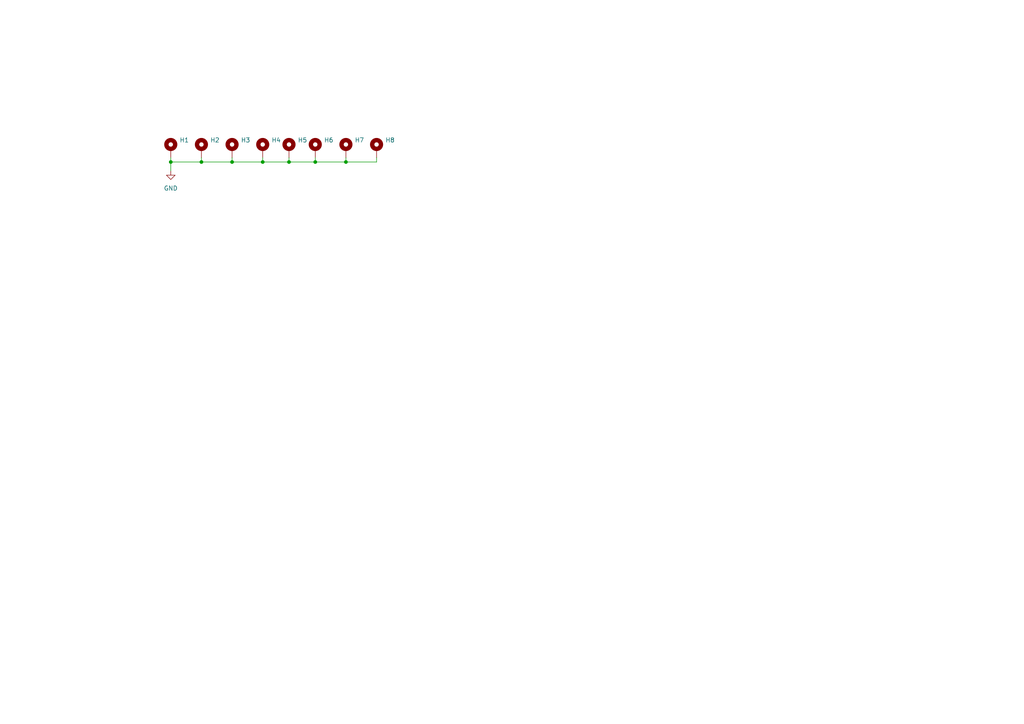
<source format=kicad_sch>
(kicad_sch
	(version 20231120)
	(generator "eeschema")
	(generator_version "8.0")
	(uuid "c8c8ccfe-add1-4d5b-8e88-80e964ab43fa")
	(paper "A4")
	(lib_symbols
		(symbol "Mechanical:MountingHole_Pad_MP"
			(pin_numbers hide)
			(pin_names
				(offset 1.016) hide)
			(exclude_from_sim yes)
			(in_bom no)
			(on_board yes)
			(property "Reference" "H"
				(at 0 6.35 0)
				(effects
					(font
						(size 1.27 1.27)
					)
				)
			)
			(property "Value" "MountingHole_Pad_MP"
				(at 0 4.445 0)
				(effects
					(font
						(size 1.27 1.27)
					)
				)
			)
			(property "Footprint" ""
				(at 0 0 0)
				(effects
					(font
						(size 1.27 1.27)
					)
					(hide yes)
				)
			)
			(property "Datasheet" "~"
				(at 0 0 0)
				(effects
					(font
						(size 1.27 1.27)
					)
					(hide yes)
				)
			)
			(property "Description" "Mounting Hole with connection as pad named MP"
				(at 0 0 0)
				(effects
					(font
						(size 1.27 1.27)
					)
					(hide yes)
				)
			)
			(property "ki_keywords" "mounting hole"
				(at 0 0 0)
				(effects
					(font
						(size 1.27 1.27)
					)
					(hide yes)
				)
			)
			(property "ki_fp_filters" "MountingHole*Pad*"
				(at 0 0 0)
				(effects
					(font
						(size 1.27 1.27)
					)
					(hide yes)
				)
			)
			(symbol "MountingHole_Pad_MP_0_1"
				(circle
					(center 0 1.27)
					(radius 1.27)
					(stroke
						(width 1.27)
						(type default)
					)
					(fill
						(type none)
					)
				)
			)
			(symbol "MountingHole_Pad_MP_1_1"
				(pin input line
					(at 0 -2.54 90)
					(length 2.54)
					(name "MP"
						(effects
							(font
								(size 1.27 1.27)
							)
						)
					)
					(number "MP"
						(effects
							(font
								(size 1.27 1.27)
							)
						)
					)
				)
			)
		)
		(symbol "power:GND"
			(power)
			(pin_numbers hide)
			(pin_names
				(offset 0) hide)
			(exclude_from_sim no)
			(in_bom yes)
			(on_board yes)
			(property "Reference" "#PWR"
				(at 0 -6.35 0)
				(effects
					(font
						(size 1.27 1.27)
					)
					(hide yes)
				)
			)
			(property "Value" "GND"
				(at 0 -3.81 0)
				(effects
					(font
						(size 1.27 1.27)
					)
				)
			)
			(property "Footprint" ""
				(at 0 0 0)
				(effects
					(font
						(size 1.27 1.27)
					)
					(hide yes)
				)
			)
			(property "Datasheet" ""
				(at 0 0 0)
				(effects
					(font
						(size 1.27 1.27)
					)
					(hide yes)
				)
			)
			(property "Description" "Power symbol creates a global label with name \"GND\" , ground"
				(at 0 0 0)
				(effects
					(font
						(size 1.27 1.27)
					)
					(hide yes)
				)
			)
			(property "ki_keywords" "global power"
				(at 0 0 0)
				(effects
					(font
						(size 1.27 1.27)
					)
					(hide yes)
				)
			)
			(symbol "GND_0_1"
				(polyline
					(pts
						(xy 0 0) (xy 0 -1.27) (xy 1.27 -1.27) (xy 0 -2.54) (xy -1.27 -1.27) (xy 0 -1.27)
					)
					(stroke
						(width 0)
						(type default)
					)
					(fill
						(type none)
					)
				)
			)
			(symbol "GND_1_1"
				(pin power_in line
					(at 0 0 270)
					(length 0)
					(name "~"
						(effects
							(font
								(size 1.27 1.27)
							)
						)
					)
					(number "1"
						(effects
							(font
								(size 1.27 1.27)
							)
						)
					)
				)
			)
		)
	)
	(junction
		(at 67.31 46.99)
		(diameter 0)
		(color 0 0 0 0)
		(uuid "18788634-04bc-4c66-9793-3df552ef1fb6")
	)
	(junction
		(at 58.42 46.99)
		(diameter 0)
		(color 0 0 0 0)
		(uuid "29b7c333-3d0a-4845-8614-19ac5d56ff28")
	)
	(junction
		(at 76.2 46.99)
		(diameter 0)
		(color 0 0 0 0)
		(uuid "400285d6-ada7-435e-a91e-5aaebc1dac6e")
	)
	(junction
		(at 83.82 46.99)
		(diameter 0)
		(color 0 0 0 0)
		(uuid "417eca84-e8c1-4a4e-8dfb-a6d868d2adf1")
	)
	(junction
		(at 100.33 46.99)
		(diameter 0)
		(color 0 0 0 0)
		(uuid "65cd7af4-2f77-4bc0-8167-abc7242823fa")
	)
	(junction
		(at 49.53 46.99)
		(diameter 0)
		(color 0 0 0 0)
		(uuid "6e201c47-4014-4129-a40c-2714f5ca9dee")
	)
	(junction
		(at 91.44 46.99)
		(diameter 0)
		(color 0 0 0 0)
		(uuid "fcd4ecf4-8509-4b08-ae05-9d952bf34119")
	)
	(wire
		(pts
			(xy 58.42 46.99) (xy 67.31 46.99)
		)
		(stroke
			(width 0)
			(type default)
		)
		(uuid "1a3b9979-e9a4-48a8-bef1-10449c194831")
	)
	(wire
		(pts
			(xy 91.44 46.99) (xy 100.33 46.99)
		)
		(stroke
			(width 0)
			(type default)
		)
		(uuid "1ca58add-171d-4ff0-9a88-96e764d92584")
	)
	(wire
		(pts
			(xy 100.33 46.99) (xy 109.22 46.99)
		)
		(stroke
			(width 0)
			(type default)
		)
		(uuid "3866faba-8619-48c4-b860-238d9ed1e3d3")
	)
	(wire
		(pts
			(xy 76.2 45.72) (xy 76.2 46.99)
		)
		(stroke
			(width 0)
			(type default)
		)
		(uuid "3c3ed4af-9fcc-417e-bab3-1fb174f368f7")
	)
	(wire
		(pts
			(xy 76.2 46.99) (xy 83.82 46.99)
		)
		(stroke
			(width 0)
			(type default)
		)
		(uuid "507d3709-fa26-424b-b71f-369d1b5fa6f4")
	)
	(wire
		(pts
			(xy 49.53 49.53) (xy 49.53 46.99)
		)
		(stroke
			(width 0)
			(type default)
		)
		(uuid "60ed4f97-d1e3-49c8-aed5-fd5ca7a774b3")
	)
	(wire
		(pts
			(xy 83.82 45.72) (xy 83.82 46.99)
		)
		(stroke
			(width 0)
			(type default)
		)
		(uuid "68bb9ade-aae5-40d3-9b3a-8df1cc69284a")
	)
	(wire
		(pts
			(xy 109.22 46.99) (xy 109.22 45.72)
		)
		(stroke
			(width 0)
			(type default)
		)
		(uuid "6c87890f-916e-4a2e-b971-e5643dfeab26")
	)
	(wire
		(pts
			(xy 100.33 45.72) (xy 100.33 46.99)
		)
		(stroke
			(width 0)
			(type default)
		)
		(uuid "75af9c66-476f-407c-b4c6-e3cb3305e914")
	)
	(wire
		(pts
			(xy 49.53 46.99) (xy 58.42 46.99)
		)
		(stroke
			(width 0)
			(type default)
		)
		(uuid "77d251fa-7fbf-42d0-a7d7-80367f05e677")
	)
	(wire
		(pts
			(xy 83.82 46.99) (xy 91.44 46.99)
		)
		(stroke
			(width 0)
			(type default)
		)
		(uuid "a06abe41-313e-403b-9418-37acc5563802")
	)
	(wire
		(pts
			(xy 67.31 45.72) (xy 67.31 46.99)
		)
		(stroke
			(width 0)
			(type default)
		)
		(uuid "b5502f71-c8aa-4ece-8b2b-1a755996b0de")
	)
	(wire
		(pts
			(xy 49.53 46.99) (xy 49.53 45.72)
		)
		(stroke
			(width 0)
			(type default)
		)
		(uuid "c25ded78-58ba-4672-9a78-8a685c86e113")
	)
	(wire
		(pts
			(xy 67.31 46.99) (xy 76.2 46.99)
		)
		(stroke
			(width 0)
			(type default)
		)
		(uuid "e191c002-af0e-49b3-ac40-b94cea4466c2")
	)
	(wire
		(pts
			(xy 58.42 45.72) (xy 58.42 46.99)
		)
		(stroke
			(width 0)
			(type default)
		)
		(uuid "e7f11f20-e8a1-4bcb-a8f1-ad02257edc80")
	)
	(wire
		(pts
			(xy 91.44 45.72) (xy 91.44 46.99)
		)
		(stroke
			(width 0)
			(type default)
		)
		(uuid "eebf85b9-f391-4434-8c98-ac9c2da7e8f9")
	)
	(symbol
		(lib_id "Mechanical:MountingHole_Pad_MP")
		(at 100.33 43.18 0)
		(unit 1)
		(exclude_from_sim yes)
		(in_bom no)
		(on_board yes)
		(dnp no)
		(fields_autoplaced yes)
		(uuid "235a4c7b-f01f-4f18-97a5-ccc521976076")
		(property "Reference" "H7"
			(at 102.87 40.6399 0)
			(effects
				(font
					(size 1.27 1.27)
				)
				(justify left)
			)
		)
		(property "Value" "MountingHole_Pad_MP"
			(at 102.87 43.1799 0)
			(effects
				(font
					(size 1.27 1.27)
				)
				(justify left)
				(hide yes)
			)
		)
		(property "Footprint" "MountingHole:MountingHole_2.2mm_M2_DIN965_Pad_TopBottom"
			(at 100.33 43.18 0)
			(effects
				(font
					(size 1.27 1.27)
				)
				(hide yes)
			)
		)
		(property "Datasheet" "~"
			(at 100.33 43.18 0)
			(effects
				(font
					(size 1.27 1.27)
				)
				(hide yes)
			)
		)
		(property "Description" "Mounting Hole with connection as pad named MP"
			(at 100.33 43.18 0)
			(effects
				(font
					(size 1.27 1.27)
				)
				(hide yes)
			)
		)
		(pin "MP"
			(uuid "ed4df925-1121-4ac3-b92b-07961833c0c8")
		)
		(instances
			(project "Keypad_Top_REV_1_0"
				(path "/c8c8ccfe-add1-4d5b-8e88-80e964ab43fa"
					(reference "H7")
					(unit 1)
				)
			)
		)
	)
	(symbol
		(lib_id "Mechanical:MountingHole_Pad_MP")
		(at 91.44 43.18 0)
		(unit 1)
		(exclude_from_sim yes)
		(in_bom no)
		(on_board yes)
		(dnp no)
		(fields_autoplaced yes)
		(uuid "72d4d141-3ce3-453e-955e-06c679c078e0")
		(property "Reference" "H6"
			(at 93.98 40.6399 0)
			(effects
				(font
					(size 1.27 1.27)
				)
				(justify left)
			)
		)
		(property "Value" "MountingHole_Pad_MP"
			(at 93.98 43.1799 0)
			(effects
				(font
					(size 1.27 1.27)
				)
				(justify left)
				(hide yes)
			)
		)
		(property "Footprint" "MountingHole:MountingHole_2.2mm_M2_DIN965_Pad_TopBottom"
			(at 91.44 43.18 0)
			(effects
				(font
					(size 1.27 1.27)
				)
				(hide yes)
			)
		)
		(property "Datasheet" "~"
			(at 91.44 43.18 0)
			(effects
				(font
					(size 1.27 1.27)
				)
				(hide yes)
			)
		)
		(property "Description" "Mounting Hole with connection as pad named MP"
			(at 91.44 43.18 0)
			(effects
				(font
					(size 1.27 1.27)
				)
				(hide yes)
			)
		)
		(pin "MP"
			(uuid "decc7b57-b267-464c-a5c1-e0a016d79484")
		)
		(instances
			(project "Keypad_Top_REV_1_0"
				(path "/c8c8ccfe-add1-4d5b-8e88-80e964ab43fa"
					(reference "H6")
					(unit 1)
				)
			)
		)
	)
	(symbol
		(lib_id "Mechanical:MountingHole_Pad_MP")
		(at 67.31 43.18 0)
		(unit 1)
		(exclude_from_sim yes)
		(in_bom no)
		(on_board yes)
		(dnp no)
		(fields_autoplaced yes)
		(uuid "8503e331-9f28-4c63-85dd-2affd198bf01")
		(property "Reference" "H3"
			(at 69.85 40.6399 0)
			(effects
				(font
					(size 1.27 1.27)
				)
				(justify left)
			)
		)
		(property "Value" "MountingHole_Pad_MP"
			(at 69.85 43.1799 0)
			(effects
				(font
					(size 1.27 1.27)
				)
				(justify left)
				(hide yes)
			)
		)
		(property "Footprint" "MountingHole:MountingHole_2.2mm_M2_DIN965_Pad_TopBottom"
			(at 67.31 43.18 0)
			(effects
				(font
					(size 1.27 1.27)
				)
				(hide yes)
			)
		)
		(property "Datasheet" "~"
			(at 67.31 43.18 0)
			(effects
				(font
					(size 1.27 1.27)
				)
				(hide yes)
			)
		)
		(property "Description" "Mounting Hole with connection as pad named MP"
			(at 67.31 43.18 0)
			(effects
				(font
					(size 1.27 1.27)
				)
				(hide yes)
			)
		)
		(pin "MP"
			(uuid "21eb8f26-bab1-4a2e-8b61-5108531bd2b1")
		)
		(instances
			(project "Keypad_Top_REV_1_0"
				(path "/c8c8ccfe-add1-4d5b-8e88-80e964ab43fa"
					(reference "H3")
					(unit 1)
				)
			)
		)
	)
	(symbol
		(lib_id "power:GND")
		(at 49.53 49.53 0)
		(unit 1)
		(exclude_from_sim no)
		(in_bom yes)
		(on_board yes)
		(dnp no)
		(fields_autoplaced yes)
		(uuid "9ec76e10-029e-4da9-a560-2a8b85411b4b")
		(property "Reference" "#PWR01"
			(at 49.53 55.88 0)
			(effects
				(font
					(size 1.27 1.27)
				)
				(hide yes)
			)
		)
		(property "Value" "GND"
			(at 49.53 54.61 0)
			(effects
				(font
					(size 1.27 1.27)
				)
			)
		)
		(property "Footprint" ""
			(at 49.53 49.53 0)
			(effects
				(font
					(size 1.27 1.27)
				)
				(hide yes)
			)
		)
		(property "Datasheet" ""
			(at 49.53 49.53 0)
			(effects
				(font
					(size 1.27 1.27)
				)
				(hide yes)
			)
		)
		(property "Description" "Power symbol creates a global label with name \"GND\" , ground"
			(at 49.53 49.53 0)
			(effects
				(font
					(size 1.27 1.27)
				)
				(hide yes)
			)
		)
		(pin "1"
			(uuid "bafb664a-3a71-42a5-9ec0-3a08600f1f03")
		)
		(instances
			(project ""
				(path "/c8c8ccfe-add1-4d5b-8e88-80e964ab43fa"
					(reference "#PWR01")
					(unit 1)
				)
			)
		)
	)
	(symbol
		(lib_id "Mechanical:MountingHole_Pad_MP")
		(at 58.42 43.18 0)
		(unit 1)
		(exclude_from_sim yes)
		(in_bom no)
		(on_board yes)
		(dnp no)
		(fields_autoplaced yes)
		(uuid "ae25e397-474c-40be-ad62-35f369281e8b")
		(property "Reference" "H2"
			(at 60.96 40.6399 0)
			(effects
				(font
					(size 1.27 1.27)
				)
				(justify left)
			)
		)
		(property "Value" "MountingHole_Pad_MP"
			(at 60.96 43.1799 0)
			(effects
				(font
					(size 1.27 1.27)
				)
				(justify left)
				(hide yes)
			)
		)
		(property "Footprint" "MountingHole:MountingHole_2.2mm_M2_DIN965_Pad_TopBottom"
			(at 58.42 43.18 0)
			(effects
				(font
					(size 1.27 1.27)
				)
				(hide yes)
			)
		)
		(property "Datasheet" "~"
			(at 58.42 43.18 0)
			(effects
				(font
					(size 1.27 1.27)
				)
				(hide yes)
			)
		)
		(property "Description" "Mounting Hole with connection as pad named MP"
			(at 58.42 43.18 0)
			(effects
				(font
					(size 1.27 1.27)
				)
				(hide yes)
			)
		)
		(pin "MP"
			(uuid "4d1c24fd-35d0-431c-99cc-edb8f68525b0")
		)
		(instances
			(project "Keypad_Top_REV_1_0"
				(path "/c8c8ccfe-add1-4d5b-8e88-80e964ab43fa"
					(reference "H2")
					(unit 1)
				)
			)
		)
	)
	(symbol
		(lib_id "Mechanical:MountingHole_Pad_MP")
		(at 109.22 43.18 0)
		(unit 1)
		(exclude_from_sim yes)
		(in_bom no)
		(on_board yes)
		(dnp no)
		(fields_autoplaced yes)
		(uuid "bf6da66a-40b5-4cfd-8f9f-e7c2acdcf7a2")
		(property "Reference" "H8"
			(at 111.76 40.6399 0)
			(effects
				(font
					(size 1.27 1.27)
				)
				(justify left)
			)
		)
		(property "Value" "MountingHole_Pad_MP"
			(at 111.76 43.1799 0)
			(effects
				(font
					(size 1.27 1.27)
				)
				(justify left)
				(hide yes)
			)
		)
		(property "Footprint" "MountingHole:MountingHole_2.2mm_M2_DIN965_Pad_TopBottom"
			(at 109.22 43.18 0)
			(effects
				(font
					(size 1.27 1.27)
				)
				(hide yes)
			)
		)
		(property "Datasheet" "~"
			(at 109.22 43.18 0)
			(effects
				(font
					(size 1.27 1.27)
				)
				(hide yes)
			)
		)
		(property "Description" "Mounting Hole with connection as pad named MP"
			(at 109.22 43.18 0)
			(effects
				(font
					(size 1.27 1.27)
				)
				(hide yes)
			)
		)
		(pin "MP"
			(uuid "5a27571e-12db-4130-94f6-62ad89f30660")
		)
		(instances
			(project "Keypad_Top_REV_1_0"
				(path "/c8c8ccfe-add1-4d5b-8e88-80e964ab43fa"
					(reference "H8")
					(unit 1)
				)
			)
		)
	)
	(symbol
		(lib_id "Mechanical:MountingHole_Pad_MP")
		(at 49.53 43.18 0)
		(unit 1)
		(exclude_from_sim yes)
		(in_bom no)
		(on_board yes)
		(dnp no)
		(fields_autoplaced yes)
		(uuid "c0fec040-14a0-461e-a36d-a2df249ef9ef")
		(property "Reference" "H1"
			(at 52.07 40.6399 0)
			(effects
				(font
					(size 1.27 1.27)
				)
				(justify left)
			)
		)
		(property "Value" "MountingHole_Pad_MP"
			(at 52.07 43.1799 0)
			(effects
				(font
					(size 1.27 1.27)
				)
				(justify left)
				(hide yes)
			)
		)
		(property "Footprint" "MountingHole:MountingHole_2.2mm_M2_DIN965_Pad_TopBottom"
			(at 49.53 43.18 0)
			(effects
				(font
					(size 1.27 1.27)
				)
				(hide yes)
			)
		)
		(property "Datasheet" "~"
			(at 49.53 43.18 0)
			(effects
				(font
					(size 1.27 1.27)
				)
				(hide yes)
			)
		)
		(property "Description" "Mounting Hole with connection as pad named MP"
			(at 49.53 43.18 0)
			(effects
				(font
					(size 1.27 1.27)
				)
				(hide yes)
			)
		)
		(pin "MP"
			(uuid "b39f48c0-e7df-4cc7-8edb-fd31a754918a")
		)
		(instances
			(project ""
				(path "/c8c8ccfe-add1-4d5b-8e88-80e964ab43fa"
					(reference "H1")
					(unit 1)
				)
			)
		)
	)
	(symbol
		(lib_id "Mechanical:MountingHole_Pad_MP")
		(at 76.2 43.18 0)
		(unit 1)
		(exclude_from_sim yes)
		(in_bom no)
		(on_board yes)
		(dnp no)
		(fields_autoplaced yes)
		(uuid "d9b661a1-f5c6-4899-a45d-a9fa81cc0c73")
		(property "Reference" "H4"
			(at 78.74 40.6399 0)
			(effects
				(font
					(size 1.27 1.27)
				)
				(justify left)
			)
		)
		(property "Value" "MountingHole_Pad_MP"
			(at 78.74 43.1799 0)
			(effects
				(font
					(size 1.27 1.27)
				)
				(justify left)
				(hide yes)
			)
		)
		(property "Footprint" "MountingHole:MountingHole_2.2mm_M2_DIN965_Pad_TopBottom"
			(at 76.2 43.18 0)
			(effects
				(font
					(size 1.27 1.27)
				)
				(hide yes)
			)
		)
		(property "Datasheet" "~"
			(at 76.2 43.18 0)
			(effects
				(font
					(size 1.27 1.27)
				)
				(hide yes)
			)
		)
		(property "Description" "Mounting Hole with connection as pad named MP"
			(at 76.2 43.18 0)
			(effects
				(font
					(size 1.27 1.27)
				)
				(hide yes)
			)
		)
		(pin "MP"
			(uuid "38f2f914-bc0d-4196-9ea5-b04d789a3707")
		)
		(instances
			(project "Keypad_Top_REV_1_0"
				(path "/c8c8ccfe-add1-4d5b-8e88-80e964ab43fa"
					(reference "H4")
					(unit 1)
				)
			)
		)
	)
	(symbol
		(lib_id "Mechanical:MountingHole_Pad_MP")
		(at 83.82 43.18 0)
		(unit 1)
		(exclude_from_sim yes)
		(in_bom no)
		(on_board yes)
		(dnp no)
		(fields_autoplaced yes)
		(uuid "e8363069-f71e-4c05-bbac-66a43a02f00d")
		(property "Reference" "H5"
			(at 86.36 40.6399 0)
			(effects
				(font
					(size 1.27 1.27)
				)
				(justify left)
			)
		)
		(property "Value" "MountingHole_Pad_MP"
			(at 86.36 43.1799 0)
			(effects
				(font
					(size 1.27 1.27)
				)
				(justify left)
				(hide yes)
			)
		)
		(property "Footprint" "MountingHole:MountingHole_2.2mm_M2_DIN965_Pad_TopBottom"
			(at 83.82 43.18 0)
			(effects
				(font
					(size 1.27 1.27)
				)
				(hide yes)
			)
		)
		(property "Datasheet" "~"
			(at 83.82 43.18 0)
			(effects
				(font
					(size 1.27 1.27)
				)
				(hide yes)
			)
		)
		(property "Description" "Mounting Hole with connection as pad named MP"
			(at 83.82 43.18 0)
			(effects
				(font
					(size 1.27 1.27)
				)
				(hide yes)
			)
		)
		(pin "MP"
			(uuid "2dbf97ec-8733-4bd8-b420-600d035db642")
		)
		(instances
			(project "Keypad_Top_REV_1_0"
				(path "/c8c8ccfe-add1-4d5b-8e88-80e964ab43fa"
					(reference "H5")
					(unit 1)
				)
			)
		)
	)
	(sheet_instances
		(path "/"
			(page "1")
		)
	)
)

</source>
